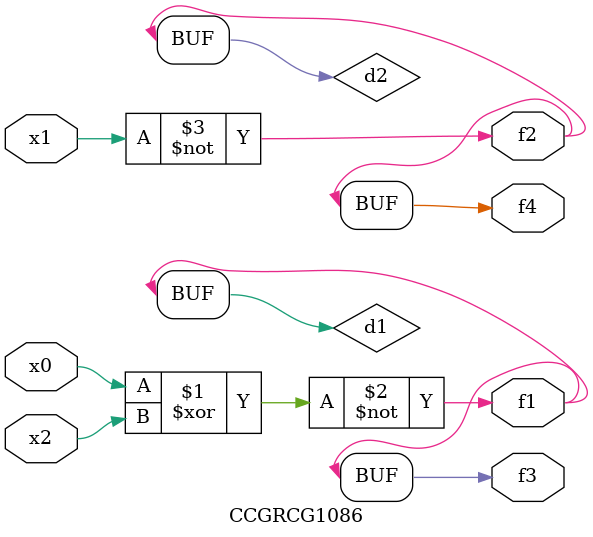
<source format=v>
module CCGRCG1086(
	input x0, x1, x2,
	output f1, f2, f3, f4
);

	wire d1, d2, d3;

	xnor (d1, x0, x2);
	nand (d2, x1);
	nor (d3, x1, x2);
	assign f1 = d1;
	assign f2 = d2;
	assign f3 = d1;
	assign f4 = d2;
endmodule

</source>
